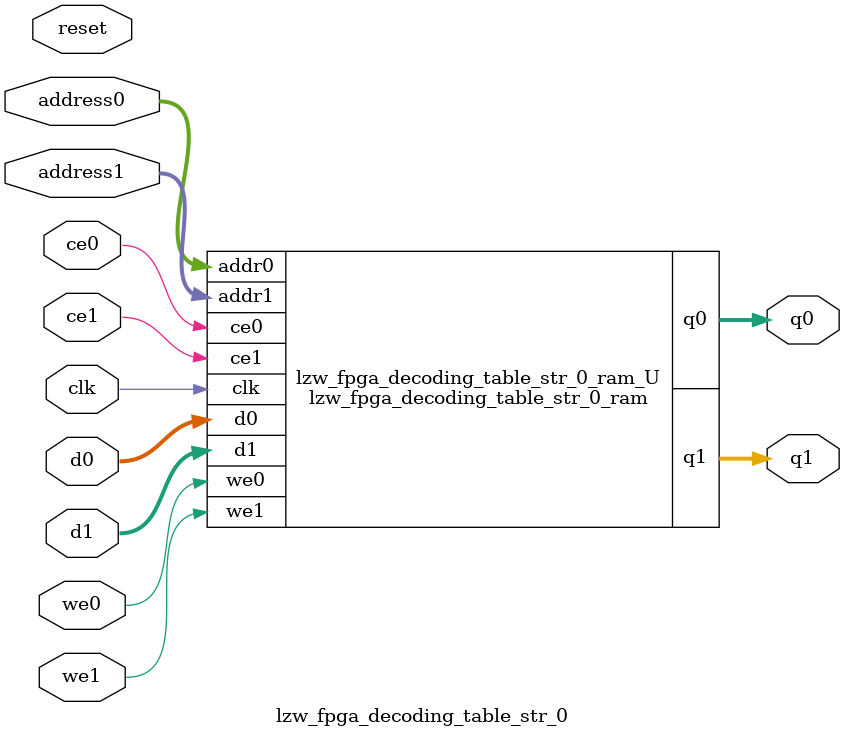
<source format=v>
`timescale 1 ns / 1 ps
module lzw_fpga_decoding_table_str_0_ram (addr0, ce0, d0, we0, q0, addr1, ce1, d1, we1, q1,  clk);

parameter DWIDTH = 8;
parameter AWIDTH = 18;
parameter MEM_SIZE = 262144;

input[AWIDTH-1:0] addr0;
input ce0;
input[DWIDTH-1:0] d0;
input we0;
output reg[DWIDTH-1:0] q0;
input[AWIDTH-1:0] addr1;
input ce1;
input[DWIDTH-1:0] d1;
input we1;
output reg[DWIDTH-1:0] q1;
input clk;

reg [DWIDTH-1:0] ram[0:MEM_SIZE-1];




always @(posedge clk)  
begin 
    if (ce0) begin
        if (we0) 
            ram[addr0] <= d0; 
        q0 <= ram[addr0];
    end
end


always @(posedge clk)  
begin 
    if (ce1) begin
        if (we1) 
            ram[addr1] <= d1; 
        q1 <= ram[addr1];
    end
end


endmodule

`timescale 1 ns / 1 ps
module lzw_fpga_decoding_table_str_0(
    reset,
    clk,
    address0,
    ce0,
    we0,
    d0,
    q0,
    address1,
    ce1,
    we1,
    d1,
    q1);

parameter DataWidth = 32'd8;
parameter AddressRange = 32'd262144;
parameter AddressWidth = 32'd18;
input reset;
input clk;
input[AddressWidth - 1:0] address0;
input ce0;
input we0;
input[DataWidth - 1:0] d0;
output[DataWidth - 1:0] q0;
input[AddressWidth - 1:0] address1;
input ce1;
input we1;
input[DataWidth - 1:0] d1;
output[DataWidth - 1:0] q1;



lzw_fpga_decoding_table_str_0_ram lzw_fpga_decoding_table_str_0_ram_U(
    .clk( clk ),
    .addr0( address0 ),
    .ce0( ce0 ),
    .we0( we0 ),
    .d0( d0 ),
    .q0( q0 ),
    .addr1( address1 ),
    .ce1( ce1 ),
    .we1( we1 ),
    .d1( d1 ),
    .q1( q1 ));

endmodule


</source>
